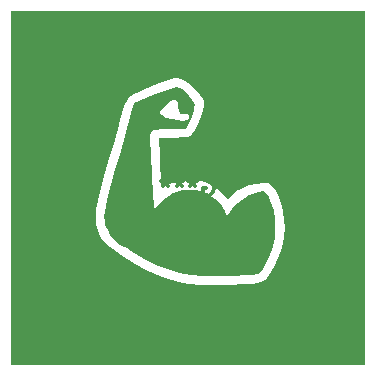
<source format=gbr>
%TF.GenerationSoftware,KiCad,Pcbnew,7.0.10*%
%TF.CreationDate,2025-07-15T10:48:48-04:00*%
%TF.ProjectId,EMGauntlet,454d4761-756e-4746-9c65-742e6b696361,rev?*%
%TF.SameCoordinates,Original*%
%TF.FileFunction,Legend,Bot*%
%TF.FilePolarity,Positive*%
%FSLAX46Y46*%
G04 Gerber Fmt 4.6, Leading zero omitted, Abs format (unit mm)*
G04 Created by KiCad (PCBNEW 7.0.10) date 2025-07-15 10:48:48*
%MOMM*%
%LPD*%
G01*
G04 APERTURE LIST*
%ADD10C,0.300000*%
G04 APERTURE END LIST*
D10*
X179321427Y-96749757D02*
X179464285Y-96678328D01*
X179464285Y-96678328D02*
X179678570Y-96678328D01*
X179678570Y-96678328D02*
X179892856Y-96749757D01*
X179892856Y-96749757D02*
X180035713Y-96892614D01*
X180035713Y-96892614D02*
X180107142Y-97035471D01*
X180107142Y-97035471D02*
X180178570Y-97321185D01*
X180178570Y-97321185D02*
X180178570Y-97535471D01*
X180178570Y-97535471D02*
X180107142Y-97821185D01*
X180107142Y-97821185D02*
X180035713Y-97964042D01*
X180035713Y-97964042D02*
X179892856Y-98106900D01*
X179892856Y-98106900D02*
X179678570Y-98178328D01*
X179678570Y-98178328D02*
X179535713Y-98178328D01*
X179535713Y-98178328D02*
X179321427Y-98106900D01*
X179321427Y-98106900D02*
X179249999Y-98035471D01*
X179249999Y-98035471D02*
X179249999Y-97535471D01*
X179249999Y-97535471D02*
X179535713Y-97535471D01*
X178392856Y-96678328D02*
X178392856Y-97035471D01*
X178749999Y-96892614D02*
X178392856Y-97035471D01*
X178392856Y-97035471D02*
X178035713Y-96892614D01*
X178607142Y-97321185D02*
X178392856Y-97035471D01*
X178392856Y-97035471D02*
X178178570Y-97321185D01*
X177249999Y-96678328D02*
X177249999Y-97035471D01*
X177607142Y-96892614D02*
X177249999Y-97035471D01*
X177249999Y-97035471D02*
X176892856Y-96892614D01*
X177464285Y-97321185D02*
X177249999Y-97035471D01*
X177249999Y-97035471D02*
X177035713Y-97321185D01*
X176107142Y-96678328D02*
X176107142Y-97035471D01*
X176464285Y-96892614D02*
X176107142Y-97035471D01*
X176107142Y-97035471D02*
X175749999Y-96892614D01*
X176321428Y-97321185D02*
X176107142Y-97035471D01*
X176107142Y-97035471D02*
X175892856Y-97321185D01*
%TO.C,G\u002A\u002A\u002A*%
G36*
X178141223Y-91835376D02*
G01*
X177826818Y-92463025D01*
X176454097Y-92490630D01*
X176378812Y-92492221D01*
X175755808Y-92514533D01*
X175326026Y-92551934D01*
X175055456Y-92608804D01*
X174910086Y-92689524D01*
X174864383Y-92753405D01*
X174827559Y-92869121D01*
X174805664Y-93057251D01*
X174798808Y-93344123D01*
X174807100Y-93756065D01*
X174830652Y-94319405D01*
X174869573Y-95060470D01*
X174923974Y-96005590D01*
X174926820Y-96053810D01*
X174977461Y-96878333D01*
X175026835Y-97623622D01*
X175072655Y-98259412D01*
X175112635Y-98755438D01*
X175144487Y-99081434D01*
X175165923Y-99207136D01*
X175166440Y-99207611D01*
X175267401Y-99155234D01*
X175473968Y-98968163D01*
X175742040Y-98686269D01*
X176107999Y-98323643D01*
X176744120Y-97897728D01*
X177453905Y-97674801D01*
X178279348Y-97637508D01*
X178575848Y-97663349D01*
X179130891Y-97762143D01*
X179558636Y-97906308D01*
X179631305Y-97943681D01*
X180068597Y-98240984D01*
X180507479Y-98637887D01*
X180879077Y-99065786D01*
X181114518Y-99456077D01*
X181126238Y-99483814D01*
X181244795Y-99712447D01*
X181333325Y-99802823D01*
X181393673Y-99752375D01*
X181550348Y-99552881D01*
X181752272Y-99254659D01*
X181982215Y-98955285D01*
X182529757Y-98474301D01*
X183200620Y-98090918D01*
X183927324Y-97848755D01*
X184020636Y-97829128D01*
X184324053Y-97784614D01*
X184537841Y-97821899D01*
X184703989Y-97974837D01*
X184864487Y-98277284D01*
X185061321Y-98763094D01*
X185063616Y-98769017D01*
X185238787Y-99404350D01*
X185345547Y-100173794D01*
X185380181Y-100990743D01*
X185338973Y-101768589D01*
X185218208Y-102420724D01*
X185096694Y-102788983D01*
X184865706Y-103350423D01*
X184599460Y-103886909D01*
X184331384Y-104332904D01*
X184094908Y-104622873D01*
X184053717Y-104656310D01*
X183816603Y-104766916D01*
X183435206Y-104844276D01*
X182866422Y-104898044D01*
X181906512Y-104953738D01*
X180546960Y-104992005D01*
X179346001Y-104961830D01*
X178263350Y-104854747D01*
X177258720Y-104662287D01*
X176291827Y-104375981D01*
X175322384Y-103987364D01*
X174310105Y-103487966D01*
X173214705Y-102869319D01*
X172797852Y-102618953D01*
X172276267Y-102284606D01*
X171896609Y-101999770D01*
X171619961Y-101729855D01*
X171407406Y-101440270D01*
X171220026Y-101096427D01*
X171191596Y-101037937D01*
X171075252Y-100775539D01*
X170990188Y-100517608D01*
X170939852Y-100241565D01*
X170927692Y-99924827D01*
X170957157Y-99544812D01*
X171031696Y-99078940D01*
X171154755Y-98504629D01*
X171329784Y-97799297D01*
X171560231Y-96940364D01*
X171849545Y-95905246D01*
X172201173Y-94671364D01*
X173211230Y-91144009D01*
X175640440Y-91144009D01*
X175772449Y-91340324D01*
X176102466Y-91534401D01*
X176215394Y-91581503D01*
X176635508Y-91697526D01*
X177123242Y-91775467D01*
X177583243Y-91803068D01*
X177920159Y-91768071D01*
X178043203Y-91692356D01*
X178093341Y-91457735D01*
X178067314Y-91353399D01*
X177939682Y-91236092D01*
X177653636Y-91202374D01*
X177448065Y-91193333D01*
X177303555Y-91133743D01*
X177234161Y-90964358D01*
X177191818Y-90625102D01*
X177144564Y-90333915D01*
X177019533Y-90073335D01*
X176814718Y-90012263D01*
X176514624Y-90148639D01*
X176103755Y-90480401D01*
X175970621Y-90605186D01*
X175706483Y-90910586D01*
X175640440Y-91144009D01*
X173211230Y-91144009D01*
X173457467Y-90284091D01*
X175232145Y-89571407D01*
X175681991Y-89391091D01*
X176271930Y-89164107D01*
X176712608Y-89024674D01*
X177044836Y-88974754D01*
X177309427Y-89016307D01*
X177547194Y-89151291D01*
X177798949Y-89381668D01*
X178105505Y-89709398D01*
X178108331Y-89712464D01*
X178378772Y-90019980D01*
X178517957Y-90241006D01*
X178557590Y-90451767D01*
X178529376Y-90728489D01*
X178477372Y-90958900D01*
X178330464Y-91399989D01*
X178305365Y-91457735D01*
X178141223Y-91835376D01*
G37*
G36*
X193009090Y-112509091D02*
G01*
X178000000Y-112509091D01*
X162990909Y-112509091D01*
X162990909Y-99767676D01*
X170180455Y-99767676D01*
X170186510Y-99982273D01*
X170244214Y-100552053D01*
X170397415Y-101155285D01*
X170662630Y-101696513D01*
X171061442Y-102202210D01*
X171615434Y-102698849D01*
X172346188Y-103212903D01*
X173275289Y-103770844D01*
X173518933Y-103907955D01*
X174633612Y-104491488D01*
X175649274Y-104940205D01*
X176620768Y-105276300D01*
X177602941Y-105521968D01*
X178107356Y-105608784D01*
X179110643Y-105710776D01*
X180251309Y-105754256D01*
X181474849Y-105737759D01*
X182726760Y-105659818D01*
X182909884Y-105643751D01*
X183483031Y-105590353D01*
X183882844Y-105541084D01*
X184154365Y-105483847D01*
X184342637Y-105406544D01*
X184492699Y-105297075D01*
X184649595Y-105143344D01*
X184880357Y-104873076D01*
X185293595Y-104215280D01*
X185653783Y-103421906D01*
X185938642Y-102554940D01*
X186125895Y-101676370D01*
X186193263Y-100848182D01*
X186149891Y-100189209D01*
X186025442Y-99465669D01*
X185837113Y-98752180D01*
X185602146Y-98103942D01*
X185337782Y-97576156D01*
X185061263Y-97224023D01*
X184767478Y-97088793D01*
X184318083Y-97057105D01*
X183775736Y-97125741D01*
X183191653Y-97280924D01*
X182617050Y-97508874D01*
X182103145Y-97795814D01*
X181701154Y-98127966D01*
X181427259Y-98419514D01*
X180917260Y-97949413D01*
X180688805Y-97758941D01*
X180217239Y-97431740D01*
X179752039Y-97172157D01*
X179416993Y-97028682D01*
X179062363Y-96927180D01*
X178658669Y-96879798D01*
X178115454Y-96869826D01*
X177654034Y-96880532D01*
X177231887Y-96924858D01*
X176877802Y-97019759D01*
X176502900Y-97182465D01*
X176300429Y-97277846D01*
X175977788Y-97389043D01*
X175794772Y-97344113D01*
X175712530Y-97119543D01*
X175692208Y-96691819D01*
X175685547Y-96378320D01*
X175668725Y-95896337D01*
X175644320Y-95314956D01*
X175614896Y-94700228D01*
X175539820Y-93228182D01*
X176807512Y-93228182D01*
X176948536Y-93228060D01*
X177468241Y-93222295D01*
X177816109Y-93201807D01*
X178040591Y-93158236D01*
X178190140Y-93083223D01*
X178313209Y-92968410D01*
X178321678Y-92959079D01*
X178590421Y-92582299D01*
X178849676Y-92085147D01*
X179076568Y-91530674D01*
X179248223Y-90981931D01*
X179341768Y-90501966D01*
X179334327Y-90153831D01*
X179255840Y-89958791D01*
X179004708Y-89586748D01*
X178643369Y-89184831D01*
X178220799Y-88796528D01*
X177785977Y-88465328D01*
X177387880Y-88234717D01*
X177075485Y-88148182D01*
X176935700Y-88169881D01*
X176587781Y-88268407D01*
X176109112Y-88429780D01*
X175546953Y-88635555D01*
X174948566Y-88867287D01*
X174361214Y-89106531D01*
X173832157Y-89334842D01*
X173408657Y-89533776D01*
X173137975Y-89684886D01*
X173060099Y-89741094D01*
X172974309Y-89821457D01*
X172891288Y-89934902D01*
X172803774Y-90102451D01*
X172704508Y-90345123D01*
X172586229Y-90683939D01*
X172441676Y-91139921D01*
X172263589Y-91734088D01*
X172044706Y-92487461D01*
X171777768Y-93421062D01*
X171455514Y-94555910D01*
X171401627Y-94745995D01*
X171086297Y-95861949D01*
X170828761Y-96783321D01*
X170623496Y-97533718D01*
X170464983Y-98136748D01*
X170347701Y-98616020D01*
X170266128Y-98995140D01*
X170214743Y-99297718D01*
X170188026Y-99547360D01*
X170180455Y-99767676D01*
X162990909Y-99767676D01*
X162990909Y-97500000D01*
X162990909Y-82490910D01*
X178000000Y-82490910D01*
X193009090Y-82490910D01*
X193009090Y-97500000D01*
X193009090Y-100848182D01*
X193009090Y-112509091D01*
G37*
%TD*%
M02*

</source>
